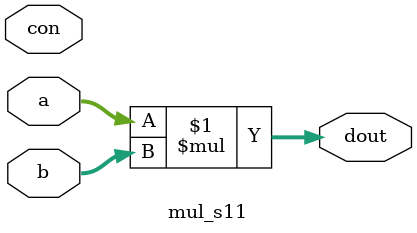
<source format=v>

module mul_s11 (
	a, b, dout, con
);
	input signed [10:0] a, b;
	output signed [21:0] dout;
	input con;

	// t« s11 x s11 = s22
	assign dout = a * b;

endmodule

</source>
